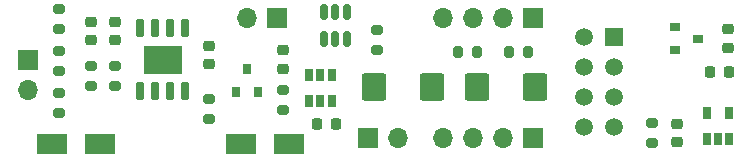
<source format=gts>
%TF.GenerationSoftware,KiCad,Pcbnew,6.0.11*%
%TF.CreationDate,2024-08-22T19:43:04+01:00*%
%TF.ProjectId,ESPower,4553506f-7765-4722-9e6b-696361645f70,rev?*%
%TF.SameCoordinates,PX4f54d68PY59a0560*%
%TF.FileFunction,Soldermask,Top*%
%TF.FilePolarity,Negative*%
%FSLAX46Y46*%
G04 Gerber Fmt 4.6, Leading zero omitted, Abs format (unit mm)*
G04 Created by KiCad (PCBNEW 6.0.11) date 2024-08-22 19:43:04*
%MOMM*%
%LPD*%
G01*
G04 APERTURE LIST*
G04 Aperture macros list*
%AMRoundRect*
0 Rectangle with rounded corners*
0 $1 Rounding radius*
0 $2 $3 $4 $5 $6 $7 $8 $9 X,Y pos of 4 corners*
0 Add a 4 corners polygon primitive as box body*
4,1,4,$2,$3,$4,$5,$6,$7,$8,$9,$2,$3,0*
0 Add four circle primitives for the rounded corners*
1,1,$1+$1,$2,$3*
1,1,$1+$1,$4,$5*
1,1,$1+$1,$6,$7*
1,1,$1+$1,$8,$9*
0 Add four rect primitives between the rounded corners*
20,1,$1+$1,$2,$3,$4,$5,0*
20,1,$1+$1,$4,$5,$6,$7,0*
20,1,$1+$1,$6,$7,$8,$9,0*
20,1,$1+$1,$8,$9,$2,$3,0*%
G04 Aperture macros list end*
%ADD10RoundRect,0.250000X-0.787500X-0.925000X0.787500X-0.925000X0.787500X0.925000X-0.787500X0.925000X0*%
%ADD11RoundRect,0.225000X-0.225000X-0.250000X0.225000X-0.250000X0.225000X0.250000X-0.225000X0.250000X0*%
%ADD12RoundRect,0.225000X0.250000X-0.225000X0.250000X0.225000X-0.250000X0.225000X-0.250000X-0.225000X0*%
%ADD13R,1.700000X1.700000*%
%ADD14O,1.700000X1.700000*%
%ADD15R,0.650000X1.060000*%
%ADD16R,1.500000X1.500000*%
%ADD17C,1.500000*%
%ADD18RoundRect,0.200000X0.275000X-0.200000X0.275000X0.200000X-0.275000X0.200000X-0.275000X-0.200000X0*%
%ADD19RoundRect,0.225000X0.225000X0.250000X-0.225000X0.250000X-0.225000X-0.250000X0.225000X-0.250000X0*%
%ADD20R,0.900000X0.800000*%
%ADD21R,2.500000X1.800000*%
%ADD22RoundRect,0.200000X-0.275000X0.200000X-0.275000X-0.200000X0.275000X-0.200000X0.275000X0.200000X0*%
%ADD23R,0.800000X0.900000*%
%ADD24RoundRect,0.218750X-0.256250X0.218750X-0.256250X-0.218750X0.256250X-0.218750X0.256250X0.218750X0*%
%ADD25RoundRect,0.150000X0.150000X-0.650000X0.150000X0.650000X-0.150000X0.650000X-0.150000X-0.650000X0*%
%ADD26R,3.200000X2.400000*%
%ADD27RoundRect,0.200000X0.200000X0.275000X-0.200000X0.275000X-0.200000X-0.275000X0.200000X-0.275000X0*%
%ADD28RoundRect,0.150000X-0.150000X0.512500X-0.150000X-0.512500X0.150000X-0.512500X0.150000X0.512500X0*%
%ADD29RoundRect,0.225000X-0.250000X0.225000X-0.250000X-0.225000X0.250000X-0.225000X0.250000X0.225000X0*%
%ADD30RoundRect,0.200000X-0.200000X-0.275000X0.200000X-0.275000X0.200000X0.275000X-0.200000X0.275000X0*%
G04 APERTURE END LIST*
D10*
X31446500Y-8001000D03*
X36371500Y-8001000D03*
D11*
X26657000Y-11176000D03*
X28207000Y-11176000D03*
D12*
X23749000Y-6490000D03*
X23749000Y-4940000D03*
D10*
X40160000Y-8001000D03*
X45085000Y-8001000D03*
D13*
X30988000Y-12319000D03*
D14*
X33528000Y-12319000D03*
D13*
X44958000Y-12319000D03*
D14*
X42418000Y-12319000D03*
X39878000Y-12319000D03*
X37338000Y-12319000D03*
D13*
X44958000Y-2159000D03*
D14*
X42418000Y-2159000D03*
X39878000Y-2159000D03*
X37338000Y-2159000D03*
D15*
X27874000Y-7028000D03*
X26924000Y-7028000D03*
X25974000Y-7028000D03*
X25974000Y-9228000D03*
X26924000Y-9228000D03*
X27874000Y-9228000D03*
D16*
X51816000Y-3810000D03*
D17*
X51816000Y-6350000D03*
X51816000Y-8890000D03*
X51816000Y-11430000D03*
X49276000Y-3810000D03*
X49276000Y-6350000D03*
X49276000Y-8890000D03*
X49276000Y-11430000D03*
D13*
X23216000Y-2159000D03*
D14*
X20676000Y-2159000D03*
D12*
X61468000Y-4712000D03*
X61468000Y-3162000D03*
D18*
X54991000Y-12763000D03*
X54991000Y-11113000D03*
D19*
X61481000Y-6731000D03*
X59931000Y-6731000D03*
D15*
X59629000Y-12403000D03*
X60579000Y-12403000D03*
X61529000Y-12403000D03*
X61529000Y-10203000D03*
X59629000Y-10203000D03*
D20*
X56912000Y-2987000D03*
X56912000Y-4887000D03*
X58912000Y-3937000D03*
D21*
X24225000Y-12827000D03*
X20225000Y-12827000D03*
D22*
X23749000Y-8319000D03*
X23749000Y-9969000D03*
D23*
X19751000Y-8493000D03*
X21651000Y-8493000D03*
X20701000Y-6493000D03*
D24*
X7493000Y-2514500D03*
X7493000Y-4089500D03*
D18*
X4826000Y-3111000D03*
X4826000Y-1461000D03*
X9525000Y-7937000D03*
X9525000Y-6287000D03*
X7493000Y-7937000D03*
X7493000Y-6287000D03*
D24*
X9525000Y-2514500D03*
X9525000Y-4089500D03*
D25*
X11684000Y-8365000D03*
X12954000Y-8365000D03*
X14224000Y-8365000D03*
X15494000Y-8365000D03*
X15494000Y-3065000D03*
X14224000Y-3065000D03*
X12954000Y-3065000D03*
X11684000Y-3065000D03*
D26*
X13589000Y-5715000D03*
D18*
X4826000Y-6667000D03*
X4826000Y-5017000D03*
X4826000Y-10223000D03*
X4826000Y-8573000D03*
D21*
X8223000Y-12827000D03*
X4223000Y-12827000D03*
D13*
X2159000Y-5715000D03*
D14*
X2159000Y-8255000D03*
D18*
X31750000Y-4889000D03*
X31750000Y-3239000D03*
X17526000Y-10731000D03*
X17526000Y-9081000D03*
D27*
X40195000Y-5080000D03*
X38545000Y-5080000D03*
D28*
X29144000Y-1656500D03*
X28194000Y-1656500D03*
X27244000Y-1656500D03*
X27244000Y-3931500D03*
X28194000Y-3931500D03*
X29144000Y-3931500D03*
D29*
X17526000Y-4559000D03*
X17526000Y-6109000D03*
D12*
X57150000Y-12713000D03*
X57150000Y-11163000D03*
D30*
X42863000Y-5080000D03*
X44513000Y-5080000D03*
M02*

</source>
